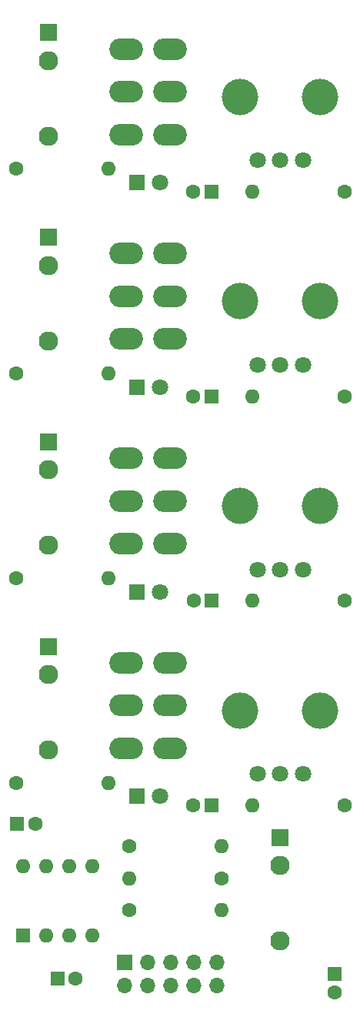
<source format=gbs>
G04 #@! TF.GenerationSoftware,KiCad,Pcbnew,(6.0.0)*
G04 #@! TF.CreationDate,2022-02-14T14:07:25+01:00*
G04 #@! TF.ProjectId,Basic-mixer,42617369-632d-46d6-9978-65722e6b6963,rev?*
G04 #@! TF.SameCoordinates,Original*
G04 #@! TF.FileFunction,Soldermask,Bot*
G04 #@! TF.FilePolarity,Negative*
%FSLAX46Y46*%
G04 Gerber Fmt 4.6, Leading zero omitted, Abs format (unit mm)*
G04 Created by KiCad (PCBNEW (6.0.0)) date 2022-02-14 14:07:25*
%MOMM*%
%LPD*%
G01*
G04 APERTURE LIST*
%ADD10C,4.000000*%
%ADD11C,1.800000*%
%ADD12R,1.600000X1.600000*%
%ADD13C,1.600000*%
%ADD14O,3.700000X2.400000*%
%ADD15O,1.600000X1.600000*%
%ADD16R,1.800000X1.800000*%
%ADD17R,1.930000X1.830000*%
%ADD18C,2.130000*%
%ADD19R,1.700000X1.700000*%
%ADD20O,1.700000X1.700000*%
G04 APERTURE END LIST*
D10*
X65400000Y-85550000D03*
X56600000Y-85550000D03*
D11*
X63500000Y-92550000D03*
X61000000Y-92550000D03*
X58500000Y-92550000D03*
D10*
X65400000Y-108050000D03*
X56600000Y-108050000D03*
D11*
X63500000Y-115050000D03*
X61000000Y-115050000D03*
X58500000Y-115050000D03*
D12*
X32044888Y-120500000D03*
D13*
X34044888Y-120500000D03*
D14*
X44100000Y-102800000D03*
X44100000Y-107500000D03*
X44100000Y-112200000D03*
X48900000Y-102800000D03*
X48900000Y-107500000D03*
X48900000Y-112200000D03*
D13*
X44420000Y-123000000D03*
D15*
X54580000Y-123000000D03*
D16*
X45225000Y-72500000D03*
D11*
X47765000Y-72500000D03*
D13*
X68080000Y-118500000D03*
D15*
X57920000Y-118500000D03*
D12*
X53500000Y-96000000D03*
D13*
X51500000Y-96000000D03*
X68080000Y-96000000D03*
D15*
X57920000Y-96000000D03*
D10*
X65400000Y-63050000D03*
X56600000Y-63050000D03*
D11*
X63500000Y-70050000D03*
X61000000Y-70050000D03*
X58500000Y-70050000D03*
D13*
X31920000Y-48500000D03*
D15*
X42080000Y-48500000D03*
D13*
X31920000Y-116000000D03*
D15*
X42080000Y-116000000D03*
D16*
X45225000Y-95000000D03*
D11*
X47765000Y-95000000D03*
D13*
X31920000Y-71000000D03*
D15*
X42080000Y-71000000D03*
D12*
X67000000Y-137044887D03*
D13*
X67000000Y-139044887D03*
D17*
X35500000Y-101000000D03*
D18*
X35500000Y-112400000D03*
X35500000Y-104100000D03*
D13*
X44420000Y-130000000D03*
D15*
X54580000Y-130000000D03*
D14*
X44100000Y-35300000D03*
X44100000Y-40000000D03*
X44100000Y-44700000D03*
X48900000Y-35300000D03*
X48900000Y-40000000D03*
X48900000Y-44700000D03*
D10*
X56600000Y-40550000D03*
X65400000Y-40550000D03*
D11*
X63500000Y-47550000D03*
X61000000Y-47550000D03*
X58500000Y-47550000D03*
D13*
X31920000Y-93500000D03*
D15*
X42080000Y-93500000D03*
D16*
X45225000Y-117500000D03*
D11*
X47765000Y-117500000D03*
D13*
X68080000Y-73500000D03*
D15*
X57920000Y-73500000D03*
D12*
X53455112Y-118500000D03*
D13*
X51455112Y-118500000D03*
X68080000Y-51000000D03*
D15*
X57920000Y-51000000D03*
D17*
X35500000Y-56000000D03*
D18*
X35500000Y-67400000D03*
X35500000Y-59100000D03*
D14*
X44100000Y-80300000D03*
X44100000Y-85000000D03*
X44100000Y-89700000D03*
X48900000Y-80300000D03*
X48900000Y-85000000D03*
X48900000Y-89700000D03*
X44100000Y-57800000D03*
X44100000Y-62500000D03*
X44100000Y-67200000D03*
X48900000Y-57800000D03*
X48900000Y-62500000D03*
X48900000Y-67200000D03*
D17*
X35500000Y-33500000D03*
D18*
X35500000Y-44900000D03*
X35500000Y-36600000D03*
D13*
X54580000Y-126500000D03*
D15*
X44420000Y-126500000D03*
D16*
X45225000Y-50000000D03*
D11*
X47765000Y-50000000D03*
D12*
X53455113Y-51000000D03*
D13*
X51455113Y-51000000D03*
D12*
X53455112Y-73500000D03*
D13*
X51455112Y-73500000D03*
D12*
X36500000Y-137500000D03*
D13*
X38500000Y-137500000D03*
D17*
X35500000Y-78500000D03*
D18*
X35500000Y-89900000D03*
X35500000Y-81600000D03*
D12*
X32700000Y-132800000D03*
D15*
X35240000Y-132800000D03*
X37780000Y-132800000D03*
X40320000Y-132800000D03*
X40320000Y-125180000D03*
X37780000Y-125180000D03*
X35240000Y-125180000D03*
X32700000Y-125180000D03*
D17*
X61000000Y-122000000D03*
D18*
X61000000Y-133400000D03*
X61000000Y-125100000D03*
D19*
X43925000Y-135725000D03*
D20*
X43925000Y-138265000D03*
X46465000Y-135725000D03*
X46465000Y-138265000D03*
X49005000Y-135725000D03*
X49005000Y-138265000D03*
X51545000Y-135725000D03*
X51545000Y-138265000D03*
X54085000Y-135725000D03*
X54085000Y-138265000D03*
M02*

</source>
